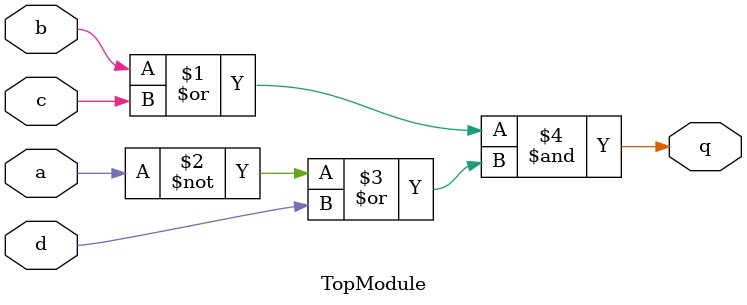
<source format=sv>
module TopModule (
    input logic a,  // 1-bit input
    input logic b,  // 1-bit input
    input logic c,  // 1-bit input
    input logic d,  // 1-bit input
    output logic q  // 1-bit output
);

    // Combinational logic implementation
    assign q = (b | c) & (~a | d);

endmodule
</source>
